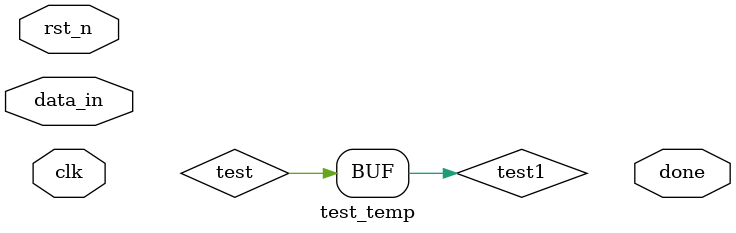
<source format=v>
module test_temp #(parameter aa=1) (
  input clk, //input clk
  input rst_n,
  input [31:0] data_in,
  output done
);

wire test;
wire test1;

assign test = test1;

endmodule


</source>
